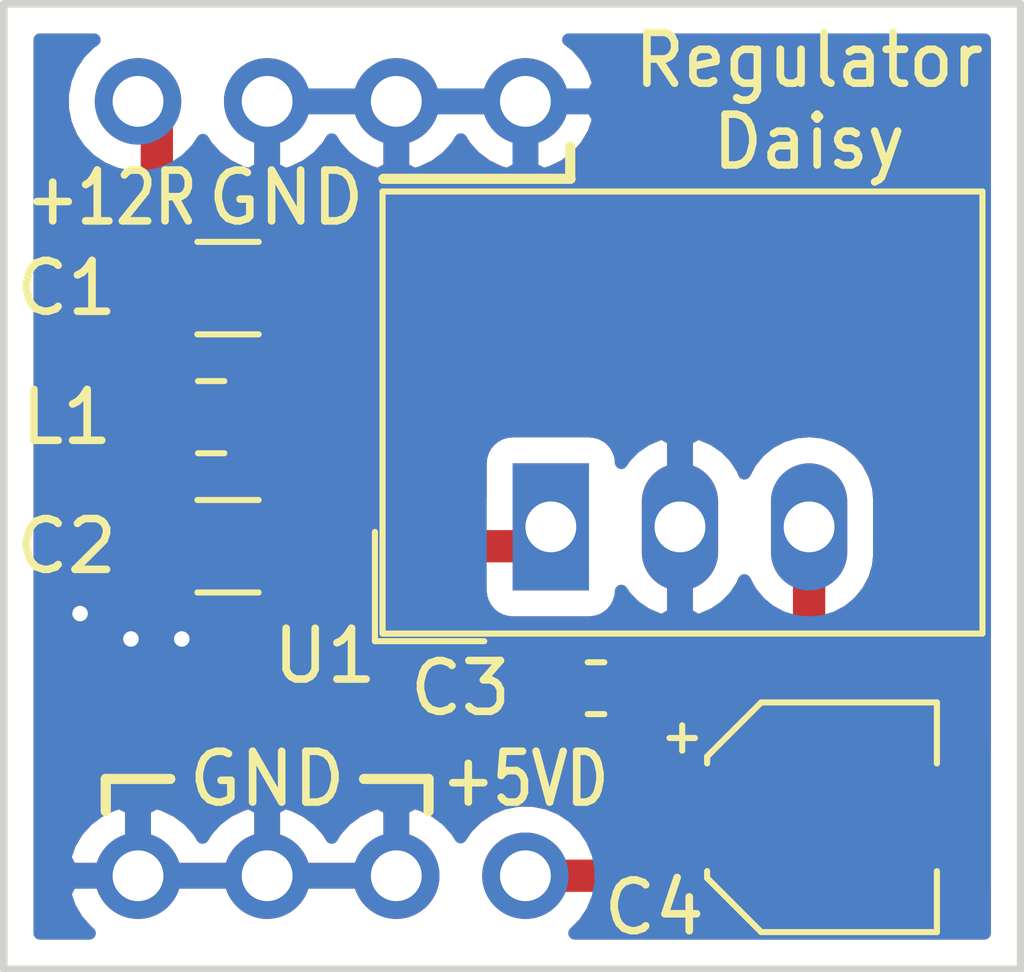
<source format=kicad_pcb>
(kicad_pcb (version 20171130) (host pcbnew "(5.1.9-0-10_14)")

  (general
    (thickness 1.6)
    (drawings 15)
    (tracks 19)
    (zones 0)
    (modules 8)
    (nets 5)
  )

  (page A4)
  (layers
    (0 F.Cu signal)
    (31 B.Cu signal)
    (32 B.Adhes user)
    (33 F.Adhes user)
    (34 B.Paste user)
    (35 F.Paste user)
    (36 B.SilkS user)
    (37 F.SilkS user)
    (38 B.Mask user)
    (39 F.Mask user)
    (40 Dwgs.User user)
    (41 Cmts.User user)
    (42 Eco1.User user)
    (43 Eco2.User user)
    (44 Edge.Cuts user)
    (45 Margin user)
    (46 B.CrtYd user hide)
    (47 F.CrtYd user hide)
    (48 B.Fab user hide)
    (49 F.Fab user hide)
  )

  (setup
    (last_trace_width 0.1524)
    (user_trace_width 0.1524)
    (user_trace_width 0.254)
    (user_trace_width 0.4064)
    (user_trace_width 0.635)
    (trace_clearance 0.1524)
    (zone_clearance 0.508)
    (zone_45_only no)
    (trace_min 0.1524)
    (via_size 0.6858)
    (via_drill 0.3048)
    (via_min_size 0.6858)
    (via_min_drill 0.3048)
    (uvia_size 0.3048)
    (uvia_drill 0.1524)
    (uvias_allowed no)
    (uvia_min_size 0.2)
    (uvia_min_drill 0.1)
    (edge_width 0.15)
    (segment_width 0.2)
    (pcb_text_width 0.3)
    (pcb_text_size 1.5 1.5)
    (mod_edge_width 0.15)
    (mod_text_size 1 1)
    (mod_text_width 0.15)
    (pad_size 1.524 1.524)
    (pad_drill 0.762)
    (pad_to_mask_clearance 0.2)
    (aux_axis_origin 0 0)
    (visible_elements FFFFFF7F)
    (pcbplotparams
      (layerselection 0x010fc_ffffffff)
      (usegerberextensions false)
      (usegerberattributes false)
      (usegerberadvancedattributes false)
      (creategerberjobfile false)
      (excludeedgelayer true)
      (linewidth 0.100000)
      (plotframeref false)
      (viasonmask false)
      (mode 1)
      (useauxorigin false)
      (hpglpennumber 1)
      (hpglpenspeed 20)
      (hpglpendiameter 15.000000)
      (psnegative false)
      (psa4output false)
      (plotreference true)
      (plotvalue true)
      (plotinvisibletext false)
      (padsonsilk false)
      (subtractmaskfromsilk false)
      (outputformat 1)
      (mirror false)
      (drillshape 1)
      (scaleselection 1)
      (outputdirectory ""))
  )

  (net 0 "")
  (net 1 GND)
  (net 2 +12R)
  (net 3 "Net-(C2-Pad1)")
  (net 4 +5VD)

  (net_class Default "This is the default net class."
    (clearance 0.1524)
    (trace_width 0.1524)
    (via_dia 0.6858)
    (via_drill 0.3048)
    (uvia_dia 0.3048)
    (uvia_drill 0.1524)
    (diff_pair_width 0.1524)
    (diff_pair_gap 0.1524)
    (add_net +12R)
    (add_net +5VD)
    (add_net GND)
    (add_net "Net-(C2-Pad1)")
  )

  (module Connector_PinHeader_2.54mm:PinHeader_1x04_P2.54mm_Vertical (layer B.Cu) (tedit 5FD118B4) (tstamp 5FD1FA2B)
    (at 111.26 73.16 90)
    (descr "Through hole straight pin header, 1x04, 2.54mm pitch, single row")
    (tags "Through hole pin header THT 1x04 2.54mm single row")
    (path /5FD16213)
    (fp_text reference J2 (at 0 2.33 90) (layer B.SilkS) hide
      (effects (font (size 1 1) (thickness 0.15)) (justify mirror))
    )
    (fp_text value OUT (at 0 -9.95 90) (layer B.Fab)
      (effects (font (size 1 1) (thickness 0.15)) (justify mirror))
    )
    (fp_line (start -0.635 1.27) (end 1.27 1.27) (layer B.Fab) (width 0.1))
    (fp_line (start 1.27 1.27) (end 1.27 -8.89) (layer B.Fab) (width 0.1))
    (fp_line (start 1.27 -8.89) (end -1.27 -8.89) (layer B.Fab) (width 0.1))
    (fp_line (start -1.27 -8.89) (end -1.27 0.635) (layer B.Fab) (width 0.1))
    (fp_line (start -1.27 0.635) (end -0.635 1.27) (layer B.Fab) (width 0.1))
    (fp_line (start -1.8 1.8) (end -1.8 -9.4) (layer B.CrtYd) (width 0.05))
    (fp_line (start -1.8 -9.4) (end 1.8 -9.4) (layer B.CrtYd) (width 0.05))
    (fp_line (start 1.8 -9.4) (end 1.8 1.8) (layer B.CrtYd) (width 0.05))
    (fp_line (start 1.8 1.8) (end -1.8 1.8) (layer B.CrtYd) (width 0.05))
    (fp_text user %R (at 0 -3.81) (layer B.Fab)
      (effects (font (size 1 1) (thickness 0.15)) (justify mirror))
    )
    (pad 4 thru_hole oval (at 0 -7.62 90) (size 1.7 1.7) (drill 1) (layers *.Cu *.Mask)
      (net 1 GND))
    (pad 3 thru_hole oval (at 0 -5.08 90) (size 1.7 1.7) (drill 1) (layers *.Cu *.Mask)
      (net 1 GND))
    (pad 2 thru_hole oval (at 0 -2.54 90) (size 1.7 1.7) (drill 1) (layers *.Cu *.Mask)
      (net 1 GND))
    (pad 1 thru_hole oval (at 0 0 90) (size 1.7 1.7) (drill 1) (layers *.Cu *.Mask)
      (net 4 +5VD))
    (model ${KISYS3DMOD}/Connector_PinHeader_2.54mm.3dshapes/PinHeader_1x04_P2.54mm_Vertical.wrl
      (at (xyz 0 0 0))
      (scale (xyz 1 1 1))
      (rotate (xyz 0 0 0))
    )
  )

  (module Connector_PinHeader_2.54mm:PinHeader_1x04_P2.54mm_Vertical (layer B.Cu) (tedit 5FD11895) (tstamp 5FD1FA14)
    (at 103.64 57.92 270)
    (descr "Through hole straight pin header, 1x04, 2.54mm pitch, single row")
    (tags "Through hole pin header THT 1x04 2.54mm single row")
    (path /5FD147C1)
    (fp_text reference J1 (at 0 2.33 270) (layer B.SilkS) hide
      (effects (font (size 1 1) (thickness 0.15)) (justify mirror))
    )
    (fp_text value IN (at 0 -9.95 270) (layer B.Fab)
      (effects (font (size 1 1) (thickness 0.15)) (justify mirror))
    )
    (fp_line (start 1.8 1.8) (end -1.8 1.8) (layer B.CrtYd) (width 0.05))
    (fp_line (start 1.8 -9.4) (end 1.8 1.8) (layer B.CrtYd) (width 0.05))
    (fp_line (start -1.8 -9.4) (end 1.8 -9.4) (layer B.CrtYd) (width 0.05))
    (fp_line (start -1.8 1.8) (end -1.8 -9.4) (layer B.CrtYd) (width 0.05))
    (fp_line (start -1.27 0.635) (end -0.635 1.27) (layer B.Fab) (width 0.1))
    (fp_line (start -1.27 -8.89) (end -1.27 0.635) (layer B.Fab) (width 0.1))
    (fp_line (start 1.27 -8.89) (end -1.27 -8.89) (layer B.Fab) (width 0.1))
    (fp_line (start 1.27 1.27) (end 1.27 -8.89) (layer B.Fab) (width 0.1))
    (fp_line (start -0.635 1.27) (end 1.27 1.27) (layer B.Fab) (width 0.1))
    (fp_text user %R (at 0 -3.81 180) (layer B.Fab)
      (effects (font (size 1 1) (thickness 0.15)) (justify mirror))
    )
    (pad 1 thru_hole oval (at 0 0 270) (size 1.7 1.7) (drill 1) (layers *.Cu *.Mask)
      (net 2 +12R))
    (pad 2 thru_hole oval (at 0 -2.54 270) (size 1.7 1.7) (drill 1) (layers *.Cu *.Mask)
      (net 1 GND))
    (pad 3 thru_hole oval (at 0 -5.08 270) (size 1.7 1.7) (drill 1) (layers *.Cu *.Mask)
      (net 1 GND))
    (pad 4 thru_hole oval (at 0 -7.62 270) (size 1.7 1.7) (drill 1) (layers *.Cu *.Mask)
      (net 1 GND))
    (model ${KISYS3DMOD}/Connector_PinHeader_2.54mm.3dshapes/PinHeader_1x04_P2.54mm_Vertical.wrl
      (at (xyz 0 0 0))
      (scale (xyz 1 1 1))
      (rotate (xyz 0 0 0))
    )
  )

  (module Capacitor_SMD:C_1206_3216Metric (layer F.Cu) (tedit 5B301BBE) (tstamp 5FD1F9C9)
    (at 105.41 61.595)
    (descr "Capacitor SMD 1206 (3216 Metric), square (rectangular) end terminal, IPC_7351 nominal, (Body size source: http://www.tortai-tech.com/upload/download/2011102023233369053.pdf), generated with kicad-footprint-generator")
    (tags capacitor)
    (path /5FD1134D)
    (attr smd)
    (fp_text reference C1 (at -3.175 0) (layer F.SilkS)
      (effects (font (size 1 1) (thickness 0.15)))
    )
    (fp_text value 22u (at 0 1.82) (layer F.Fab)
      (effects (font (size 1 1) (thickness 0.15)))
    )
    (fp_line (start 2.28 1.12) (end -2.28 1.12) (layer F.CrtYd) (width 0.05))
    (fp_line (start 2.28 -1.12) (end 2.28 1.12) (layer F.CrtYd) (width 0.05))
    (fp_line (start -2.28 -1.12) (end 2.28 -1.12) (layer F.CrtYd) (width 0.05))
    (fp_line (start -2.28 1.12) (end -2.28 -1.12) (layer F.CrtYd) (width 0.05))
    (fp_line (start -0.602064 0.91) (end 0.602064 0.91) (layer F.SilkS) (width 0.12))
    (fp_line (start -0.602064 -0.91) (end 0.602064 -0.91) (layer F.SilkS) (width 0.12))
    (fp_line (start 1.6 0.8) (end -1.6 0.8) (layer F.Fab) (width 0.1))
    (fp_line (start 1.6 -0.8) (end 1.6 0.8) (layer F.Fab) (width 0.1))
    (fp_line (start -1.6 -0.8) (end 1.6 -0.8) (layer F.Fab) (width 0.1))
    (fp_line (start -1.6 0.8) (end -1.6 -0.8) (layer F.Fab) (width 0.1))
    (fp_text user %R (at 0 0) (layer F.Fab)
      (effects (font (size 0.8 0.8) (thickness 0.12)))
    )
    (pad 1 smd roundrect (at -1.4 0) (size 1.25 1.75) (layers F.Cu F.Paste F.Mask) (roundrect_rratio 0.2)
      (net 2 +12R))
    (pad 2 smd roundrect (at 1.4 0) (size 1.25 1.75) (layers F.Cu F.Paste F.Mask) (roundrect_rratio 0.2)
      (net 1 GND))
    (model ${KISYS3DMOD}/Capacitor_SMD.3dshapes/C_1206_3216Metric.wrl
      (at (xyz 0 0 0))
      (scale (xyz 1 1 1))
      (rotate (xyz 0 0 0))
    )
  )

  (module Capacitor_SMD:C_1206_3216Metric (layer F.Cu) (tedit 5B301BBE) (tstamp 5FD1F9DA)
    (at 105.41 66.675 180)
    (descr "Capacitor SMD 1206 (3216 Metric), square (rectangular) end terminal, IPC_7351 nominal, (Body size source: http://www.tortai-tech.com/upload/download/2011102023233369053.pdf), generated with kicad-footprint-generator")
    (tags capacitor)
    (path /5FD118FC)
    (attr smd)
    (fp_text reference C2 (at 3.175 0 180) (layer F.SilkS)
      (effects (font (size 1 1) (thickness 0.15)))
    )
    (fp_text value 22u (at 0 1.82 180) (layer F.Fab)
      (effects (font (size 1 1) (thickness 0.15)))
    )
    (fp_line (start -1.6 0.8) (end -1.6 -0.8) (layer F.Fab) (width 0.1))
    (fp_line (start -1.6 -0.8) (end 1.6 -0.8) (layer F.Fab) (width 0.1))
    (fp_line (start 1.6 -0.8) (end 1.6 0.8) (layer F.Fab) (width 0.1))
    (fp_line (start 1.6 0.8) (end -1.6 0.8) (layer F.Fab) (width 0.1))
    (fp_line (start -0.602064 -0.91) (end 0.602064 -0.91) (layer F.SilkS) (width 0.12))
    (fp_line (start -0.602064 0.91) (end 0.602064 0.91) (layer F.SilkS) (width 0.12))
    (fp_line (start -2.28 1.12) (end -2.28 -1.12) (layer F.CrtYd) (width 0.05))
    (fp_line (start -2.28 -1.12) (end 2.28 -1.12) (layer F.CrtYd) (width 0.05))
    (fp_line (start 2.28 -1.12) (end 2.28 1.12) (layer F.CrtYd) (width 0.05))
    (fp_line (start 2.28 1.12) (end -2.28 1.12) (layer F.CrtYd) (width 0.05))
    (fp_text user %R (at 0 0 180) (layer F.Fab)
      (effects (font (size 0.8 0.8) (thickness 0.12)))
    )
    (pad 2 smd roundrect (at 1.4 0 180) (size 1.25 1.75) (layers F.Cu F.Paste F.Mask) (roundrect_rratio 0.2)
      (net 1 GND))
    (pad 1 smd roundrect (at -1.4 0 180) (size 1.25 1.75) (layers F.Cu F.Paste F.Mask) (roundrect_rratio 0.2)
      (net 3 "Net-(C2-Pad1)"))
    (model ${KISYS3DMOD}/Capacitor_SMD.3dshapes/C_1206_3216Metric.wrl
      (at (xyz 0 0 0))
      (scale (xyz 1 1 1))
      (rotate (xyz 0 0 0))
    )
  )

  (module Capacitor_SMD:C_0603_1608Metric (layer F.Cu) (tedit 5B301BBE) (tstamp 5FD1F9EB)
    (at 112.649 69.469 180)
    (descr "Capacitor SMD 0603 (1608 Metric), square (rectangular) end terminal, IPC_7351 nominal, (Body size source: http://www.tortai-tech.com/upload/download/2011102023233369053.pdf), generated with kicad-footprint-generator")
    (tags capacitor)
    (path /5FD1271A)
    (attr smd)
    (fp_text reference C3 (at 2.667 0 180) (layer F.SilkS)
      (effects (font (size 1 1) (thickness 0.15)))
    )
    (fp_text value 100n (at 0 1.43 180) (layer F.Fab)
      (effects (font (size 1 1) (thickness 0.15)))
    )
    (fp_line (start 1.48 0.73) (end -1.48 0.73) (layer F.CrtYd) (width 0.05))
    (fp_line (start 1.48 -0.73) (end 1.48 0.73) (layer F.CrtYd) (width 0.05))
    (fp_line (start -1.48 -0.73) (end 1.48 -0.73) (layer F.CrtYd) (width 0.05))
    (fp_line (start -1.48 0.73) (end -1.48 -0.73) (layer F.CrtYd) (width 0.05))
    (fp_line (start -0.162779 0.51) (end 0.162779 0.51) (layer F.SilkS) (width 0.12))
    (fp_line (start -0.162779 -0.51) (end 0.162779 -0.51) (layer F.SilkS) (width 0.12))
    (fp_line (start 0.8 0.4) (end -0.8 0.4) (layer F.Fab) (width 0.1))
    (fp_line (start 0.8 -0.4) (end 0.8 0.4) (layer F.Fab) (width 0.1))
    (fp_line (start -0.8 -0.4) (end 0.8 -0.4) (layer F.Fab) (width 0.1))
    (fp_line (start -0.8 0.4) (end -0.8 -0.4) (layer F.Fab) (width 0.1))
    (fp_text user %R (at 0 0 180) (layer F.Fab)
      (effects (font (size 0.4 0.4) (thickness 0.06)))
    )
    (pad 1 smd roundrect (at -0.7875 0 180) (size 0.875 0.95) (layers F.Cu F.Paste F.Mask) (roundrect_rratio 0.25)
      (net 4 +5VD))
    (pad 2 smd roundrect (at 0.7875 0 180) (size 0.875 0.95) (layers F.Cu F.Paste F.Mask) (roundrect_rratio 0.25)
      (net 1 GND))
    (model ${KISYS3DMOD}/Capacitor_SMD.3dshapes/C_0603_1608Metric.wrl
      (at (xyz 0 0 0))
      (scale (xyz 1 1 1))
      (rotate (xyz 0 0 0))
    )
  )

  (module Capacitor_SMD:CP_Elec_4x5.8 (layer F.Cu) (tedit 5B3026A2) (tstamp 5FD201EA)
    (at 117.094 72.009)
    (descr "SMT capacitor, aluminium electrolytic, 4x5.8, Panasonic ")
    (tags "Capacitor Electrolytic")
    (path /5FD12A19)
    (attr smd)
    (fp_text reference C4 (at -3.302 1.778) (layer F.SilkS)
      (effects (font (size 1 1) (thickness 0.15)))
    )
    (fp_text value 10u (at 0 3.2) (layer F.Fab)
      (effects (font (size 1 1) (thickness 0.15)))
    )
    (fp_line (start -3.35 1.05) (end -2.4 1.05) (layer F.CrtYd) (width 0.05))
    (fp_line (start -3.35 -1.05) (end -3.35 1.05) (layer F.CrtYd) (width 0.05))
    (fp_line (start -2.4 -1.05) (end -3.35 -1.05) (layer F.CrtYd) (width 0.05))
    (fp_line (start -2.4 1.05) (end -2.4 1.25) (layer F.CrtYd) (width 0.05))
    (fp_line (start -2.4 -1.25) (end -2.4 -1.05) (layer F.CrtYd) (width 0.05))
    (fp_line (start -2.4 -1.25) (end -1.25 -2.4) (layer F.CrtYd) (width 0.05))
    (fp_line (start -2.4 1.25) (end -1.25 2.4) (layer F.CrtYd) (width 0.05))
    (fp_line (start -1.25 -2.4) (end 2.4 -2.4) (layer F.CrtYd) (width 0.05))
    (fp_line (start -1.25 2.4) (end 2.4 2.4) (layer F.CrtYd) (width 0.05))
    (fp_line (start 2.4 1.05) (end 2.4 2.4) (layer F.CrtYd) (width 0.05))
    (fp_line (start 3.35 1.05) (end 2.4 1.05) (layer F.CrtYd) (width 0.05))
    (fp_line (start 3.35 -1.05) (end 3.35 1.05) (layer F.CrtYd) (width 0.05))
    (fp_line (start 2.4 -1.05) (end 3.35 -1.05) (layer F.CrtYd) (width 0.05))
    (fp_line (start 2.4 -2.4) (end 2.4 -1.05) (layer F.CrtYd) (width 0.05))
    (fp_line (start -2.75 -1.81) (end -2.75 -1.31) (layer F.SilkS) (width 0.12))
    (fp_line (start -3 -1.56) (end -2.5 -1.56) (layer F.SilkS) (width 0.12))
    (fp_line (start -2.26 1.195563) (end -1.195563 2.26) (layer F.SilkS) (width 0.12))
    (fp_line (start -2.26 -1.195563) (end -1.195563 -2.26) (layer F.SilkS) (width 0.12))
    (fp_line (start -2.26 -1.195563) (end -2.26 -1.06) (layer F.SilkS) (width 0.12))
    (fp_line (start -2.26 1.195563) (end -2.26 1.06) (layer F.SilkS) (width 0.12))
    (fp_line (start -1.195563 2.26) (end 2.26 2.26) (layer F.SilkS) (width 0.12))
    (fp_line (start -1.195563 -2.26) (end 2.26 -2.26) (layer F.SilkS) (width 0.12))
    (fp_line (start 2.26 -2.26) (end 2.26 -1.06) (layer F.SilkS) (width 0.12))
    (fp_line (start 2.26 2.26) (end 2.26 1.06) (layer F.SilkS) (width 0.12))
    (fp_line (start -1.374773 -1.2) (end -1.374773 -0.8) (layer F.Fab) (width 0.1))
    (fp_line (start -1.574773 -1) (end -1.174773 -1) (layer F.Fab) (width 0.1))
    (fp_line (start -2.15 1.15) (end -1.15 2.15) (layer F.Fab) (width 0.1))
    (fp_line (start -2.15 -1.15) (end -1.15 -2.15) (layer F.Fab) (width 0.1))
    (fp_line (start -2.15 -1.15) (end -2.15 1.15) (layer F.Fab) (width 0.1))
    (fp_line (start -1.15 2.15) (end 2.15 2.15) (layer F.Fab) (width 0.1))
    (fp_line (start -1.15 -2.15) (end 2.15 -2.15) (layer F.Fab) (width 0.1))
    (fp_line (start 2.15 -2.15) (end 2.15 2.15) (layer F.Fab) (width 0.1))
    (fp_circle (center 0 0) (end 2 0) (layer F.Fab) (width 0.1))
    (fp_text user %R (at 0 0) (layer F.Fab)
      (effects (font (size 0.8 0.8) (thickness 0.12)))
    )
    (pad 1 smd rect (at -1.8 0) (size 2.6 1.6) (layers F.Cu F.Paste F.Mask)
      (net 4 +5VD))
    (pad 2 smd rect (at 1.8 0) (size 2.6 1.6) (layers F.Cu F.Paste F.Mask)
      (net 1 GND))
    (model ${KISYS3DMOD}/Capacitor_SMD.3dshapes/CP_Elec_4x5.8.wrl
      (at (xyz 0 0 0))
      (scale (xyz 1 1 1))
      (rotate (xyz 0 0 0))
    )
  )

  (module Inductor_SMD:L_0805_2012Metric (layer F.Cu) (tedit 5B36C52B) (tstamp 5FD1FA52)
    (at 105.0775 64.135)
    (descr "Inductor SMD 0805 (2012 Metric), square (rectangular) end terminal, IPC_7351 nominal, (Body size source: https://docs.google.com/spreadsheets/d/1BsfQQcO9C6DZCsRaXUlFlo91Tg2WpOkGARC1WS5S8t0/edit?usp=sharing), generated with kicad-footprint-generator")
    (tags inductor)
    (path /5FD11C44)
    (attr smd)
    (fp_text reference L1 (at -2.8425 0) (layer F.SilkS)
      (effects (font (size 1 1) (thickness 0.15)))
    )
    (fp_text value 33u (at 0 1.65) (layer F.Fab)
      (effects (font (size 1 1) (thickness 0.15)))
    )
    (fp_line (start 1.68 0.95) (end -1.68 0.95) (layer F.CrtYd) (width 0.05))
    (fp_line (start 1.68 -0.95) (end 1.68 0.95) (layer F.CrtYd) (width 0.05))
    (fp_line (start -1.68 -0.95) (end 1.68 -0.95) (layer F.CrtYd) (width 0.05))
    (fp_line (start -1.68 0.95) (end -1.68 -0.95) (layer F.CrtYd) (width 0.05))
    (fp_line (start -0.258578 0.71) (end 0.258578 0.71) (layer F.SilkS) (width 0.12))
    (fp_line (start -0.258578 -0.71) (end 0.258578 -0.71) (layer F.SilkS) (width 0.12))
    (fp_line (start 1 0.6) (end -1 0.6) (layer F.Fab) (width 0.1))
    (fp_line (start 1 -0.6) (end 1 0.6) (layer F.Fab) (width 0.1))
    (fp_line (start -1 -0.6) (end 1 -0.6) (layer F.Fab) (width 0.1))
    (fp_line (start -1 0.6) (end -1 -0.6) (layer F.Fab) (width 0.1))
    (fp_text user %R (at 0 0) (layer F.Fab)
      (effects (font (size 0.5 0.5) (thickness 0.08)))
    )
    (pad 1 smd roundrect (at -0.9375 0) (size 0.975 1.4) (layers F.Cu F.Paste F.Mask) (roundrect_rratio 0.25)
      (net 2 +12R))
    (pad 2 smd roundrect (at 0.9375 0) (size 0.975 1.4) (layers F.Cu F.Paste F.Mask) (roundrect_rratio 0.25)
      (net 3 "Net-(C2-Pad1)"))
    (model ${KISYS3DMOD}/Inductor_SMD.3dshapes/L_0805_2012Metric.wrl
      (at (xyz 0 0 0))
      (scale (xyz 1 1 1))
      (rotate (xyz 0 0 0))
    )
  )

  (module Converter_DCDC:Converter_DCDC_RECOM_R-78E-0.5_THT (layer F.Cu) (tedit 59F5F4DD) (tstamp 5FD1FA69)
    (at 111.76 66.294)
    (descr "DCDC-Converter, RECOM, 500mA, https://www.recom-power.com/pdf/Innoline/R-78Exx-0.5.pdf")
    (tags "dc-dc recom buck sip3")
    (path /5FD11147)
    (fp_text reference U1 (at -4.445 2.54) (layer F.SilkS)
      (effects (font (size 1 1) (thickness 0.15)))
    )
    (fp_text value R-78E5.0-0.5 (at 2 3.5) (layer F.Fab)
      (effects (font (size 1 1) (thickness 0.15)))
    )
    (fp_line (start 8.64 -6.75) (end -3.46 -6.75) (layer F.CrtYd) (width 0.05))
    (fp_line (start 8.64 2.25) (end 8.64 -6.75) (layer F.CrtYd) (width 0.05))
    (fp_line (start -3.46 2.25) (end 8.64 2.25) (layer F.CrtYd) (width 0.05))
    (fp_line (start -3.46 -6.75) (end -3.46 2.25) (layer F.CrtYd) (width 0.05))
    (fp_line (start 8.49 -6.6) (end -3.31 -6.6) (layer F.SilkS) (width 0.12))
    (fp_line (start 8.49 2.1) (end 8.49 -6.6) (layer F.SilkS) (width 0.12))
    (fp_line (start -3.31 2.1) (end 8.49 2.1) (layer F.SilkS) (width 0.12))
    (fp_line (start -3.31 -6.6) (end -3.31 2.1) (layer F.SilkS) (width 0.12))
    (fp_line (start -3.46 2.25) (end -1.31 2.25) (layer F.SilkS) (width 0.12))
    (fp_line (start -3.46 0.1) (end -3.46 2.25) (layer F.SilkS) (width 0.12))
    (fp_line (start -2.21 2) (end 8.39 2) (layer F.Fab) (width 0.1))
    (fp_line (start -3.21 1) (end -2.21 2) (layer F.Fab) (width 0.1))
    (fp_line (start -3.21 -6.5) (end -3.21 1) (layer F.Fab) (width 0.1))
    (fp_line (start 8.39 -6.5) (end -3.21 -6.5) (layer F.Fab) (width 0.1))
    (fp_line (start 8.39 2) (end 8.39 -6.5) (layer F.Fab) (width 0.1))
    (fp_text user %R (at 2.5 -3) (layer F.Fab)
      (effects (font (size 1 1) (thickness 0.15)))
    )
    (pad 1 thru_hole rect (at 0 0) (size 1.5 2.5) (drill 1) (layers *.Cu *.Mask)
      (net 3 "Net-(C2-Pad1)"))
    (pad 2 thru_hole oval (at 2.54 0) (size 1.5 2.5) (drill 1) (layers *.Cu *.Mask)
      (net 1 GND))
    (pad 3 thru_hole oval (at 5.08 0) (size 1.5 2.5) (drill 1) (layers *.Cu *.Mask)
      (net 4 +5VD))
    (model ${KISYS3DMOD}/Converter_DCDC.3dshapes/Converter_DCDC_RECOM_R-78E-0.5_THT.wrl
      (at (xyz 0 0 0))
      (scale (xyz 1 1 1))
      (rotate (xyz 0 0 0))
    )
  )

  (gr_text +5VD (at 111.26 71.255) (layer F.SilkS) (tstamp 5FCAC66D)
    (effects (font (size 1 0.8) (thickness 0.15)))
  )
  (gr_line (start 112.141 59.444) (end 112.141 58.809) (layer F.SilkS) (width 0.2))
  (gr_line (start 108.466 59.444) (end 112.149 59.444) (layer F.SilkS) (width 0.2))
  (gr_text "Regulator\nDaisy" (at 116.84 57.912) (layer F.SilkS) (tstamp 5FC9695F)
    (effects (font (size 1 0.95) (thickness 0.15)))
  )
  (gr_line (start 101 56) (end 101 75) (layer Edge.Cuts) (width 0.15))
  (gr_line (start 121 56) (end 101 56) (layer Edge.Cuts) (width 0.15))
  (gr_line (start 121 75) (end 121 56) (layer Edge.Cuts) (width 0.15))
  (gr_line (start 101 75) (end 121 75) (layer Edge.Cuts) (width 0.15))
  (gr_line (start 109.355 71.255) (end 109.355 71.89) (layer F.SilkS) (width 0.2))
  (gr_line (start 108.085 71.255) (end 109.355 71.255) (layer F.SilkS) (width 0.2))
  (gr_line (start 103.005 71.255) (end 104.275 71.255) (layer F.SilkS) (width 0.2))
  (gr_line (start 103.005 71.89) (end 103.005 71.255) (layer F.SilkS) (width 0.2))
  (gr_text GND (at 106.18 71.255) (layer F.SilkS) (tstamp 5FCA3176)
    (effects (font (size 1 1) (thickness 0.15)))
  )
  (gr_text GND (at 106.553 59.817) (layer F.SilkS) (tstamp 5FD1FE9E)
    (effects (font (size 1 1) (thickness 0.15)))
  )
  (gr_text +12R (at 103.124 59.817) (layer F.SilkS) (tstamp 5FD1FE90)
    (effects (font (size 1 0.8) (thickness 0.15)))
  )

  (via (at 102.5 68) (size 0.6858) (drill 0.3048) (layers F.Cu B.Cu) (net 1))
  (via (at 103.5 68.5) (size 0.6858) (drill 0.3048) (layers F.Cu B.Cu) (net 1))
  (via (at 104.5 68.5) (size 0.6858) (drill 0.3048) (layers F.Cu B.Cu) (net 1))
  (segment (start 104.01 58.29) (end 103.64 57.92) (width 0.635) (layer F.Cu) (net 2))
  (segment (start 104.01 61.595) (end 104.01 58.29) (width 0.635) (layer F.Cu) (net 2))
  (segment (start 104.14 61.725) (end 104.01 61.595) (width 0.635) (layer F.Cu) (net 2))
  (segment (start 104.14 64.135) (end 104.14 61.725) (width 0.635) (layer F.Cu) (net 2))
  (segment (start 106.426 66.291) (end 106.81 66.675) (width 0.635) (layer F.Cu) (net 3))
  (segment (start 106.426 64.546) (end 106.426 66.291) (width 0.635) (layer F.Cu) (net 3))
  (segment (start 106.015 64.135) (end 106.426 64.546) (width 0.635) (layer F.Cu) (net 3))
  (segment (start 111.379 66.675) (end 111.76 66.294) (width 0.635) (layer F.Cu) (net 3))
  (segment (start 106.81 66.675) (end 111.379 66.675) (width 0.635) (layer F.Cu) (net 3))
  (segment (start 116.84 68.179) (end 115.55 69.469) (width 0.635) (layer F.Cu) (net 4))
  (segment (start 116.84 66.294) (end 116.84 68.179) (width 0.635) (layer F.Cu) (net 4))
  (segment (start 115.55 69.469) (end 113.4365 69.469) (width 0.635) (layer F.Cu) (net 4))
  (segment (start 115.294 69.725) (end 115.294 72.009) (width 0.635) (layer F.Cu) (net 4))
  (segment (start 115.55 69.469) (end 115.294 69.725) (width 0.635) (layer F.Cu) (net 4))
  (segment (start 114.143 73.16) (end 115.294 72.009) (width 0.635) (layer F.Cu) (net 4))
  (segment (start 111.26 73.16) (end 114.143 73.16) (width 0.635) (layer F.Cu) (net 4))

  (zone (net 1) (net_name GND) (layer F.Cu) (tstamp 0) (hatch edge 0.508)
    (connect_pads (clearance 0.508))
    (min_thickness 0.254)
    (fill yes (arc_segments 16) (thermal_gap 0.508) (thermal_bridge_width 0.508))
    (polygon
      (pts
        (xy 101 56) (xy 121 56) (xy 121 75) (xy 101 75)
      )
    )
    (filled_polygon
      (pts
        (xy 102.693368 56.766525) (xy 102.486525 56.973368) (xy 102.32401 57.216589) (xy 102.212068 57.486842) (xy 102.155 57.77374)
        (xy 102.155 58.06626) (xy 102.212068 58.353158) (xy 102.32401 58.623411) (xy 102.486525 58.866632) (xy 102.693368 59.073475)
        (xy 102.936589 59.23599) (xy 103.057501 59.286073) (xy 103.0575 60.300625) (xy 103.007038 60.342038) (xy 102.896595 60.476614)
        (xy 102.814528 60.63015) (xy 102.763992 60.796746) (xy 102.746928 60.97) (xy 102.746928 62.22) (xy 102.763992 62.393254)
        (xy 102.814528 62.55985) (xy 102.896595 62.713386) (xy 103.007038 62.847962) (xy 103.141614 62.958405) (xy 103.1875 62.982932)
        (xy 103.1875 63.159033) (xy 103.163042 63.188836) (xy 103.081553 63.341291) (xy 103.031372 63.506715) (xy 103.014428 63.67875)
        (xy 103.014428 64.59125) (xy 103.031372 64.763285) (xy 103.081553 64.928709) (xy 103.163042 65.081164) (xy 103.243597 65.179321)
        (xy 103.14082 65.210498) (xy 103.030506 65.269463) (xy 102.933815 65.348815) (xy 102.854463 65.445506) (xy 102.795498 65.55582)
        (xy 102.759188 65.675518) (xy 102.746928 65.8) (xy 102.75 66.38925) (xy 102.90875 66.548) (xy 103.883 66.548)
        (xy 103.883 66.528) (xy 104.137 66.528) (xy 104.137 66.548) (xy 105.11125 66.548) (xy 105.27 66.38925)
        (xy 105.273072 65.8) (xy 105.260812 65.675518) (xy 105.224502 65.55582) (xy 105.165537 65.445506) (xy 105.086185 65.348815)
        (xy 104.989494 65.269463) (xy 104.95993 65.253661) (xy 105.007292 65.214792) (xy 105.0775 65.129244) (xy 105.147708 65.214792)
        (xy 105.281336 65.324458) (xy 105.433791 65.405947) (xy 105.4735 65.417993) (xy 105.473501 66.244206) (xy 105.468892 66.291)
        (xy 105.487283 66.477722) (xy 105.541749 66.657269) (xy 105.546928 66.666958) (xy 105.546928 67.3) (xy 105.563992 67.473254)
        (xy 105.614528 67.63985) (xy 105.696595 67.793386) (xy 105.807038 67.927962) (xy 105.941614 68.038405) (xy 106.09515 68.120472)
        (xy 106.261746 68.171008) (xy 106.435 68.188072) (xy 107.185 68.188072) (xy 107.358254 68.171008) (xy 107.52485 68.120472)
        (xy 107.678386 68.038405) (xy 107.812962 67.927962) (xy 107.923405 67.793386) (xy 108.005472 67.63985) (xy 108.009218 67.6275)
        (xy 110.380152 67.6275) (xy 110.384188 67.668482) (xy 110.420498 67.78818) (xy 110.479463 67.898494) (xy 110.558815 67.995185)
        (xy 110.655506 68.074537) (xy 110.76582 68.133502) (xy 110.885518 68.169812) (xy 111.01 68.182072) (xy 112.51 68.182072)
        (xy 112.634482 68.169812) (xy 112.75418 68.133502) (xy 112.864494 68.074537) (xy 112.961185 67.995185) (xy 113.040537 67.898494)
        (xy 113.099502 67.78818) (xy 113.135812 67.668482) (xy 113.146582 67.559126) (xy 113.218972 67.669061) (xy 113.41046 67.863145)
        (xy 113.636132 68.016142) (xy 113.887316 68.122173) (xy 113.958815 68.136318) (xy 114.173 68.013656) (xy 114.173 66.421)
        (xy 114.153 66.421) (xy 114.153 66.167) (xy 114.173 66.167) (xy 114.173 64.574344) (xy 113.958815 64.451682)
        (xy 113.887316 64.465827) (xy 113.636132 64.571858) (xy 113.41046 64.724855) (xy 113.218972 64.918939) (xy 113.146582 65.028874)
        (xy 113.135812 64.919518) (xy 113.099502 64.79982) (xy 113.040537 64.689506) (xy 112.961185 64.592815) (xy 112.864494 64.513463)
        (xy 112.75418 64.454498) (xy 112.634482 64.418188) (xy 112.51 64.405928) (xy 111.01 64.405928) (xy 110.885518 64.418188)
        (xy 110.76582 64.454498) (xy 110.655506 64.513463) (xy 110.558815 64.592815) (xy 110.479463 64.689506) (xy 110.420498 64.79982)
        (xy 110.384188 64.919518) (xy 110.371928 65.044) (xy 110.371928 65.7225) (xy 108.009218 65.7225) (xy 108.005472 65.71015)
        (xy 107.923405 65.556614) (xy 107.812962 65.422038) (xy 107.678386 65.311595) (xy 107.52485 65.229528) (xy 107.3785 65.185134)
        (xy 107.3785 64.592785) (xy 107.383108 64.546) (xy 107.364717 64.359278) (xy 107.310252 64.17973) (xy 107.28077 64.124574)
        (xy 107.221806 64.014259) (xy 107.140572 63.915274) (xy 107.140572 63.67875) (xy 107.123628 63.506715) (xy 107.073447 63.341291)
        (xy 106.991958 63.188836) (xy 106.923155 63.105) (xy 106.937002 63.105) (xy 106.937002 62.946252) (xy 107.09575 63.105)
        (xy 107.435 63.108072) (xy 107.559482 63.095812) (xy 107.67918 63.059502) (xy 107.789494 63.000537) (xy 107.886185 62.921185)
        (xy 107.965537 62.824494) (xy 108.024502 62.71418) (xy 108.060812 62.594482) (xy 108.073072 62.47) (xy 108.07 61.88075)
        (xy 107.91125 61.722) (xy 106.937 61.722) (xy 106.937 61.742) (xy 106.683 61.742) (xy 106.683 61.722)
        (xy 105.70875 61.722) (xy 105.55 61.88075) (xy 105.546928 62.47) (xy 105.559188 62.594482) (xy 105.595498 62.71418)
        (xy 105.646306 62.809234) (xy 105.599215 62.813872) (xy 105.433791 62.864053) (xy 105.281336 62.945542) (xy 105.147708 63.055208)
        (xy 105.0925 63.122479) (xy 105.0925 62.751044) (xy 105.123405 62.713386) (xy 105.205472 62.55985) (xy 105.256008 62.393254)
        (xy 105.273072 62.22) (xy 105.273072 60.97) (xy 105.256008 60.796746) (xy 105.232728 60.72) (xy 105.546928 60.72)
        (xy 105.55 61.30925) (xy 105.70875 61.468) (xy 106.683 61.468) (xy 106.683 60.24375) (xy 106.937 60.24375)
        (xy 106.937 61.468) (xy 107.91125 61.468) (xy 108.07 61.30925) (xy 108.073072 60.72) (xy 108.060812 60.595518)
        (xy 108.024502 60.47582) (xy 107.965537 60.365506) (xy 107.886185 60.268815) (xy 107.789494 60.189463) (xy 107.67918 60.130498)
        (xy 107.559482 60.094188) (xy 107.435 60.081928) (xy 107.09575 60.085) (xy 106.937 60.24375) (xy 106.683 60.24375)
        (xy 106.52425 60.085) (xy 106.185 60.081928) (xy 106.060518 60.094188) (xy 105.94082 60.130498) (xy 105.830506 60.189463)
        (xy 105.733815 60.268815) (xy 105.654463 60.365506) (xy 105.595498 60.47582) (xy 105.559188 60.595518) (xy 105.546928 60.72)
        (xy 105.232728 60.72) (xy 105.205472 60.63015) (xy 105.123405 60.476614) (xy 105.012962 60.342038) (xy 104.9625 60.300625)
        (xy 104.9625 58.763881) (xy 104.984822 58.801355) (xy 105.179731 59.017588) (xy 105.41308 59.191641) (xy 105.675901 59.316825)
        (xy 105.82311 59.361476) (xy 106.053 59.240155) (xy 106.053 58.047) (xy 106.307 58.047) (xy 106.307 59.240155)
        (xy 106.53689 59.361476) (xy 106.684099 59.316825) (xy 106.94692 59.191641) (xy 107.180269 59.017588) (xy 107.375178 58.801355)
        (xy 107.45 58.675745) (xy 107.524822 58.801355) (xy 107.719731 59.017588) (xy 107.95308 59.191641) (xy 108.215901 59.316825)
        (xy 108.36311 59.361476) (xy 108.593 59.240155) (xy 108.593 58.047) (xy 108.847 58.047) (xy 108.847 59.240155)
        (xy 109.07689 59.361476) (xy 109.224099 59.316825) (xy 109.48692 59.191641) (xy 109.720269 59.017588) (xy 109.915178 58.801355)
        (xy 109.99 58.675745) (xy 110.064822 58.801355) (xy 110.259731 59.017588) (xy 110.49308 59.191641) (xy 110.755901 59.316825)
        (xy 110.90311 59.361476) (xy 111.133 59.240155) (xy 111.133 58.047) (xy 111.387 58.047) (xy 111.387 59.240155)
        (xy 111.61689 59.361476) (xy 111.764099 59.316825) (xy 112.02692 59.191641) (xy 112.260269 59.017588) (xy 112.455178 58.801355)
        (xy 112.604157 58.551252) (xy 112.701481 58.276891) (xy 112.580814 58.047) (xy 111.387 58.047) (xy 111.133 58.047)
        (xy 108.847 58.047) (xy 108.593 58.047) (xy 106.307 58.047) (xy 106.053 58.047) (xy 106.033 58.047)
        (xy 106.033 57.793) (xy 106.053 57.793) (xy 106.053 57.773) (xy 106.307 57.773) (xy 106.307 57.793)
        (xy 108.593 57.793) (xy 108.593 57.773) (xy 108.847 57.773) (xy 108.847 57.793) (xy 111.133 57.793)
        (xy 111.133 57.773) (xy 111.387 57.773) (xy 111.387 57.793) (xy 112.580814 57.793) (xy 112.701481 57.563109)
        (xy 112.604157 57.288748) (xy 112.455178 57.038645) (xy 112.260269 56.822412) (xy 112.109561 56.71) (xy 120.290001 56.71)
        (xy 120.29 70.580383) (xy 120.194 70.570928) (xy 119.17975 70.574) (xy 119.021 70.73275) (xy 119.021 71.882)
        (xy 119.041 71.882) (xy 119.041 72.136) (xy 119.021 72.136) (xy 119.021 73.28525) (xy 119.17975 73.444)
        (xy 120.194 73.447072) (xy 120.29 73.437617) (xy 120.29 74.29) (xy 112.230107 74.29) (xy 112.407607 74.1125)
        (xy 114.096215 74.1125) (xy 114.143 74.117108) (xy 114.189785 74.1125) (xy 114.329723 74.098717) (xy 114.509269 74.044252)
        (xy 114.674741 73.955806) (xy 114.819778 73.836778) (xy 114.849607 73.800431) (xy 115.202966 73.447072) (xy 116.594 73.447072)
        (xy 116.718482 73.434812) (xy 116.83818 73.398502) (xy 116.948494 73.339537) (xy 117.045185 73.260185) (xy 117.094 73.200704)
        (xy 117.142815 73.260185) (xy 117.239506 73.339537) (xy 117.34982 73.398502) (xy 117.469518 73.434812) (xy 117.594 73.447072)
        (xy 118.60825 73.444) (xy 118.767 73.28525) (xy 118.767 72.136) (xy 118.747 72.136) (xy 118.747 71.882)
        (xy 118.767 71.882) (xy 118.767 70.73275) (xy 118.60825 70.574) (xy 117.594 70.570928) (xy 117.469518 70.583188)
        (xy 117.34982 70.619498) (xy 117.239506 70.678463) (xy 117.142815 70.757815) (xy 117.094 70.817296) (xy 117.045185 70.757815)
        (xy 116.948494 70.678463) (xy 116.83818 70.619498) (xy 116.718482 70.583188) (xy 116.594 70.570928) (xy 116.2465 70.570928)
        (xy 116.2465 70.121747) (xy 116.256607 70.109431) (xy 117.480431 68.885607) (xy 117.516778 68.855778) (xy 117.635806 68.710741)
        (xy 117.724252 68.545269) (xy 117.778717 68.365723) (xy 117.7925 68.225785) (xy 117.797108 68.179001) (xy 117.7925 68.132216)
        (xy 117.7925 67.803999) (xy 117.824081 67.778081) (xy 117.997157 67.567188) (xy 118.125764 67.326581) (xy 118.20496 67.065507)
        (xy 118.225 66.862037) (xy 118.225 65.725963) (xy 118.20496 65.522493) (xy 118.125764 65.261419) (xy 117.997157 65.020812)
        (xy 117.82408 64.809919) (xy 117.613187 64.636843) (xy 117.37258 64.508236) (xy 117.111506 64.42904) (xy 116.84 64.402299)
        (xy 116.568493 64.42904) (xy 116.307419 64.508236) (xy 116.066812 64.636843) (xy 115.855919 64.80992) (xy 115.682843 65.020813)
        (xy 115.567514 65.236579) (xy 115.530972 65.146651) (xy 115.381028 64.918939) (xy 115.18954 64.724855) (xy 114.963868 64.571858)
        (xy 114.712684 64.465827) (xy 114.641185 64.451682) (xy 114.427 64.574344) (xy 114.427 66.167) (xy 114.447 66.167)
        (xy 114.447 66.421) (xy 114.427 66.421) (xy 114.427 68.013656) (xy 114.641185 68.136318) (xy 114.712684 68.122173)
        (xy 114.963868 68.016142) (xy 115.18954 67.863145) (xy 115.381028 67.669061) (xy 115.530972 67.441349) (xy 115.567514 67.351422)
        (xy 115.682843 67.567188) (xy 115.85592 67.778081) (xy 115.87677 67.795192) (xy 115.155462 68.5165) (xy 114.15098 68.5165)
        (xy 114.131275 68.500329) (xy 113.983142 68.42115) (xy 113.822408 68.372392) (xy 113.65525 68.355928) (xy 113.21775 68.355928)
        (xy 113.050592 68.372392) (xy 112.889858 68.42115) (xy 112.741725 68.500329) (xy 112.72007 68.5181) (xy 112.653494 68.463463)
        (xy 112.54318 68.404498) (xy 112.423482 68.368188) (xy 112.299 68.355928) (xy 112.14725 68.359) (xy 111.9885 68.51775)
        (xy 111.9885 69.342) (xy 112.0085 69.342) (xy 112.0085 69.596) (xy 111.9885 69.596) (xy 111.9885 70.42025)
        (xy 112.14725 70.579) (xy 112.299 70.582072) (xy 112.423482 70.569812) (xy 112.54318 70.533502) (xy 112.653494 70.474537)
        (xy 112.72007 70.4199) (xy 112.741725 70.437671) (xy 112.889858 70.51685) (xy 113.050592 70.565608) (xy 113.21775 70.582072)
        (xy 113.65525 70.582072) (xy 113.822408 70.565608) (xy 113.983142 70.51685) (xy 114.131275 70.437671) (xy 114.15098 70.4215)
        (xy 114.3415 70.4215) (xy 114.3415 70.570928) (xy 113.994 70.570928) (xy 113.869518 70.583188) (xy 113.74982 70.619498)
        (xy 113.639506 70.678463) (xy 113.542815 70.757815) (xy 113.463463 70.854506) (xy 113.404498 70.96482) (xy 113.368188 71.084518)
        (xy 113.355928 71.209) (xy 113.355928 72.2075) (xy 112.407607 72.2075) (xy 112.206632 72.006525) (xy 111.963411 71.84401)
        (xy 111.693158 71.732068) (xy 111.40626 71.675) (xy 111.11374 71.675) (xy 110.826842 71.732068) (xy 110.556589 71.84401)
        (xy 110.313368 72.006525) (xy 110.106525 72.213368) (xy 109.984805 72.395534) (xy 109.915178 72.278645) (xy 109.720269 72.062412)
        (xy 109.48692 71.888359) (xy 109.224099 71.763175) (xy 109.07689 71.718524) (xy 108.847 71.839845) (xy 108.847 73.033)
        (xy 108.867 73.033) (xy 108.867 73.287) (xy 108.847 73.287) (xy 108.847 73.307) (xy 108.593 73.307)
        (xy 108.593 73.287) (xy 106.307 73.287) (xy 106.307 73.307) (xy 106.053 73.307) (xy 106.053 73.287)
        (xy 103.767 73.287) (xy 103.767 73.307) (xy 103.513 73.307) (xy 103.513 73.287) (xy 102.319186 73.287)
        (xy 102.198519 73.516891) (xy 102.295843 73.791252) (xy 102.444822 74.041355) (xy 102.639731 74.257588) (xy 102.683185 74.29)
        (xy 101.71 74.29) (xy 101.71 72.803109) (xy 102.198519 72.803109) (xy 102.319186 73.033) (xy 103.513 73.033)
        (xy 103.513 71.839845) (xy 103.767 71.839845) (xy 103.767 73.033) (xy 106.053 73.033) (xy 106.053 71.839845)
        (xy 106.307 71.839845) (xy 106.307 73.033) (xy 108.593 73.033) (xy 108.593 71.839845) (xy 108.36311 71.718524)
        (xy 108.215901 71.763175) (xy 107.95308 71.888359) (xy 107.719731 72.062412) (xy 107.524822 72.278645) (xy 107.45 72.404255)
        (xy 107.375178 72.278645) (xy 107.180269 72.062412) (xy 106.94692 71.888359) (xy 106.684099 71.763175) (xy 106.53689 71.718524)
        (xy 106.307 71.839845) (xy 106.053 71.839845) (xy 105.82311 71.718524) (xy 105.675901 71.763175) (xy 105.41308 71.888359)
        (xy 105.179731 72.062412) (xy 104.984822 72.278645) (xy 104.91 72.404255) (xy 104.835178 72.278645) (xy 104.640269 72.062412)
        (xy 104.40692 71.888359) (xy 104.144099 71.763175) (xy 103.99689 71.718524) (xy 103.767 71.839845) (xy 103.513 71.839845)
        (xy 103.28311 71.718524) (xy 103.135901 71.763175) (xy 102.87308 71.888359) (xy 102.639731 72.062412) (xy 102.444822 72.278645)
        (xy 102.295843 72.528748) (xy 102.198519 72.803109) (xy 101.71 72.803109) (xy 101.71 69.944) (xy 110.785928 69.944)
        (xy 110.798188 70.068482) (xy 110.834498 70.18818) (xy 110.893463 70.298494) (xy 110.972815 70.395185) (xy 111.069506 70.474537)
        (xy 111.17982 70.533502) (xy 111.299518 70.569812) (xy 111.424 70.582072) (xy 111.57575 70.579) (xy 111.7345 70.42025)
        (xy 111.7345 69.596) (xy 110.94775 69.596) (xy 110.789 69.75475) (xy 110.785928 69.944) (xy 101.71 69.944)
        (xy 101.71 68.994) (xy 110.785928 68.994) (xy 110.789 69.18325) (xy 110.94775 69.342) (xy 111.7345 69.342)
        (xy 111.7345 68.51775) (xy 111.57575 68.359) (xy 111.424 68.355928) (xy 111.299518 68.368188) (xy 111.17982 68.404498)
        (xy 111.069506 68.463463) (xy 110.972815 68.542815) (xy 110.893463 68.639506) (xy 110.834498 68.74982) (xy 110.798188 68.869518)
        (xy 110.785928 68.994) (xy 101.71 68.994) (xy 101.71 67.55) (xy 102.746928 67.55) (xy 102.759188 67.674482)
        (xy 102.795498 67.79418) (xy 102.854463 67.904494) (xy 102.933815 68.001185) (xy 103.030506 68.080537) (xy 103.14082 68.139502)
        (xy 103.260518 68.175812) (xy 103.385 68.188072) (xy 103.72425 68.185) (xy 103.883 68.02625) (xy 103.883 66.802)
        (xy 104.137 66.802) (xy 104.137 68.02625) (xy 104.29575 68.185) (xy 104.635 68.188072) (xy 104.759482 68.175812)
        (xy 104.87918 68.139502) (xy 104.989494 68.080537) (xy 105.086185 68.001185) (xy 105.165537 67.904494) (xy 105.224502 67.79418)
        (xy 105.260812 67.674482) (xy 105.273072 67.55) (xy 105.27 66.96075) (xy 105.11125 66.802) (xy 104.137 66.802)
        (xy 103.883 66.802) (xy 102.90875 66.802) (xy 102.75 66.96075) (xy 102.746928 67.55) (xy 101.71 67.55)
        (xy 101.71 56.71) (xy 102.777964 56.71)
      )
    )
  )
  (zone (net 1) (net_name GND) (layer B.Cu) (tstamp 0) (hatch edge 0.508)
    (connect_pads (clearance 0.508))
    (min_thickness 0.254)
    (fill yes (arc_segments 16) (thermal_gap 0.508) (thermal_bridge_width 0.508))
    (polygon
      (pts
        (xy 101 56) (xy 121 56) (xy 121 75) (xy 101 75)
      )
    )
    (filled_polygon
      (pts
        (xy 102.693368 56.766525) (xy 102.486525 56.973368) (xy 102.32401 57.216589) (xy 102.212068 57.486842) (xy 102.155 57.77374)
        (xy 102.155 58.06626) (xy 102.212068 58.353158) (xy 102.32401 58.623411) (xy 102.486525 58.866632) (xy 102.693368 59.073475)
        (xy 102.936589 59.23599) (xy 103.206842 59.347932) (xy 103.49374 59.405) (xy 103.78626 59.405) (xy 104.073158 59.347932)
        (xy 104.343411 59.23599) (xy 104.586632 59.073475) (xy 104.793475 58.866632) (xy 104.915195 58.684466) (xy 104.984822 58.801355)
        (xy 105.179731 59.017588) (xy 105.41308 59.191641) (xy 105.675901 59.316825) (xy 105.82311 59.361476) (xy 106.053 59.240155)
        (xy 106.053 58.047) (xy 106.307 58.047) (xy 106.307 59.240155) (xy 106.53689 59.361476) (xy 106.684099 59.316825)
        (xy 106.94692 59.191641) (xy 107.180269 59.017588) (xy 107.375178 58.801355) (xy 107.45 58.675745) (xy 107.524822 58.801355)
        (xy 107.719731 59.017588) (xy 107.95308 59.191641) (xy 108.215901 59.316825) (xy 108.36311 59.361476) (xy 108.593 59.240155)
        (xy 108.593 58.047) (xy 108.847 58.047) (xy 108.847 59.240155) (xy 109.07689 59.361476) (xy 109.224099 59.316825)
        (xy 109.48692 59.191641) (xy 109.720269 59.017588) (xy 109.915178 58.801355) (xy 109.99 58.675745) (xy 110.064822 58.801355)
        (xy 110.259731 59.017588) (xy 110.49308 59.191641) (xy 110.755901 59.316825) (xy 110.90311 59.361476) (xy 111.133 59.240155)
        (xy 111.133 58.047) (xy 111.387 58.047) (xy 111.387 59.240155) (xy 111.61689 59.361476) (xy 111.764099 59.316825)
        (xy 112.02692 59.191641) (xy 112.260269 59.017588) (xy 112.455178 58.801355) (xy 112.604157 58.551252) (xy 112.701481 58.276891)
        (xy 112.580814 58.047) (xy 111.387 58.047) (xy 111.133 58.047) (xy 108.847 58.047) (xy 108.593 58.047)
        (xy 106.307 58.047) (xy 106.053 58.047) (xy 106.033 58.047) (xy 106.033 57.793) (xy 106.053 57.793)
        (xy 106.053 57.773) (xy 106.307 57.773) (xy 106.307 57.793) (xy 108.593 57.793) (xy 108.593 57.773)
        (xy 108.847 57.773) (xy 108.847 57.793) (xy 111.133 57.793) (xy 111.133 57.773) (xy 111.387 57.773)
        (xy 111.387 57.793) (xy 112.580814 57.793) (xy 112.701481 57.563109) (xy 112.604157 57.288748) (xy 112.455178 57.038645)
        (xy 112.260269 56.822412) (xy 112.109561 56.71) (xy 120.290001 56.71) (xy 120.29 74.29) (xy 112.230107 74.29)
        (xy 112.413475 74.106632) (xy 112.57599 73.863411) (xy 112.687932 73.593158) (xy 112.745 73.30626) (xy 112.745 73.01374)
        (xy 112.687932 72.726842) (xy 112.57599 72.456589) (xy 112.413475 72.213368) (xy 112.206632 72.006525) (xy 111.963411 71.84401)
        (xy 111.693158 71.732068) (xy 111.40626 71.675) (xy 111.11374 71.675) (xy 110.826842 71.732068) (xy 110.556589 71.84401)
        (xy 110.313368 72.006525) (xy 110.106525 72.213368) (xy 109.984805 72.395534) (xy 109.915178 72.278645) (xy 109.720269 72.062412)
        (xy 109.48692 71.888359) (xy 109.224099 71.763175) (xy 109.07689 71.718524) (xy 108.847 71.839845) (xy 108.847 73.033)
        (xy 108.867 73.033) (xy 108.867 73.287) (xy 108.847 73.287) (xy 108.847 73.307) (xy 108.593 73.307)
        (xy 108.593 73.287) (xy 106.307 73.287) (xy 106.307 73.307) (xy 106.053 73.307) (xy 106.053 73.287)
        (xy 103.767 73.287) (xy 103.767 73.307) (xy 103.513 73.307) (xy 103.513 73.287) (xy 102.319186 73.287)
        (xy 102.198519 73.516891) (xy 102.295843 73.791252) (xy 102.444822 74.041355) (xy 102.639731 74.257588) (xy 102.683185 74.29)
        (xy 101.71 74.29) (xy 101.71 72.803109) (xy 102.198519 72.803109) (xy 102.319186 73.033) (xy 103.513 73.033)
        (xy 103.513 71.839845) (xy 103.767 71.839845) (xy 103.767 73.033) (xy 106.053 73.033) (xy 106.053 71.839845)
        (xy 106.307 71.839845) (xy 106.307 73.033) (xy 108.593 73.033) (xy 108.593 71.839845) (xy 108.36311 71.718524)
        (xy 108.215901 71.763175) (xy 107.95308 71.888359) (xy 107.719731 72.062412) (xy 107.524822 72.278645) (xy 107.45 72.404255)
        (xy 107.375178 72.278645) (xy 107.180269 72.062412) (xy 106.94692 71.888359) (xy 106.684099 71.763175) (xy 106.53689 71.718524)
        (xy 106.307 71.839845) (xy 106.053 71.839845) (xy 105.82311 71.718524) (xy 105.675901 71.763175) (xy 105.41308 71.888359)
        (xy 105.179731 72.062412) (xy 104.984822 72.278645) (xy 104.91 72.404255) (xy 104.835178 72.278645) (xy 104.640269 72.062412)
        (xy 104.40692 71.888359) (xy 104.144099 71.763175) (xy 103.99689 71.718524) (xy 103.767 71.839845) (xy 103.513 71.839845)
        (xy 103.28311 71.718524) (xy 103.135901 71.763175) (xy 102.87308 71.888359) (xy 102.639731 72.062412) (xy 102.444822 72.278645)
        (xy 102.295843 72.528748) (xy 102.198519 72.803109) (xy 101.71 72.803109) (xy 101.71 65.044) (xy 110.371928 65.044)
        (xy 110.371928 67.544) (xy 110.384188 67.668482) (xy 110.420498 67.78818) (xy 110.479463 67.898494) (xy 110.558815 67.995185)
        (xy 110.655506 68.074537) (xy 110.76582 68.133502) (xy 110.885518 68.169812) (xy 111.01 68.182072) (xy 112.51 68.182072)
        (xy 112.634482 68.169812) (xy 112.75418 68.133502) (xy 112.864494 68.074537) (xy 112.961185 67.995185) (xy 113.040537 67.898494)
        (xy 113.099502 67.78818) (xy 113.135812 67.668482) (xy 113.146582 67.559126) (xy 113.218972 67.669061) (xy 113.41046 67.863145)
        (xy 113.636132 68.016142) (xy 113.887316 68.122173) (xy 113.958815 68.136318) (xy 114.173 68.013656) (xy 114.173 66.421)
        (xy 114.153 66.421) (xy 114.153 66.167) (xy 114.173 66.167) (xy 114.173 64.574344) (xy 114.427 64.574344)
        (xy 114.427 66.167) (xy 114.447 66.167) (xy 114.447 66.421) (xy 114.427 66.421) (xy 114.427 68.013656)
        (xy 114.641185 68.136318) (xy 114.712684 68.122173) (xy 114.963868 68.016142) (xy 115.18954 67.863145) (xy 115.381028 67.669061)
        (xy 115.530972 67.441349) (xy 115.567514 67.351422) (xy 115.682843 67.567188) (xy 115.85592 67.778081) (xy 116.066813 67.951157)
        (xy 116.30742 68.079764) (xy 116.568494 68.15896) (xy 116.84 68.185701) (xy 117.111507 68.15896) (xy 117.372581 68.079764)
        (xy 117.613188 67.951157) (xy 117.824081 67.778081) (xy 117.997157 67.567188) (xy 118.125764 67.326581) (xy 118.20496 67.065507)
        (xy 118.225 66.862037) (xy 118.225 65.725963) (xy 118.20496 65.522493) (xy 118.125764 65.261419) (xy 117.997157 65.020812)
        (xy 117.82408 64.809919) (xy 117.613187 64.636843) (xy 117.37258 64.508236) (xy 117.111506 64.42904) (xy 116.84 64.402299)
        (xy 116.568493 64.42904) (xy 116.307419 64.508236) (xy 116.066812 64.636843) (xy 115.855919 64.80992) (xy 115.682843 65.020813)
        (xy 115.567514 65.236579) (xy 115.530972 65.146651) (xy 115.381028 64.918939) (xy 115.18954 64.724855) (xy 114.963868 64.571858)
        (xy 114.712684 64.465827) (xy 114.641185 64.451682) (xy 114.427 64.574344) (xy 114.173 64.574344) (xy 113.958815 64.451682)
        (xy 113.887316 64.465827) (xy 113.636132 64.571858) (xy 113.41046 64.724855) (xy 113.218972 64.918939) (xy 113.146582 65.028874)
        (xy 113.135812 64.919518) (xy 113.099502 64.79982) (xy 113.040537 64.689506) (xy 112.961185 64.592815) (xy 112.864494 64.513463)
        (xy 112.75418 64.454498) (xy 112.634482 64.418188) (xy 112.51 64.405928) (xy 111.01 64.405928) (xy 110.885518 64.418188)
        (xy 110.76582 64.454498) (xy 110.655506 64.513463) (xy 110.558815 64.592815) (xy 110.479463 64.689506) (xy 110.420498 64.79982)
        (xy 110.384188 64.919518) (xy 110.371928 65.044) (xy 101.71 65.044) (xy 101.71 56.71) (xy 102.777964 56.71)
      )
    )
  )
)

</source>
